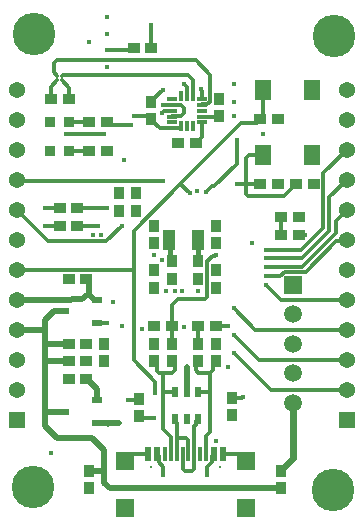
<source format=gtl>
G04*
G04 #@! TF.GenerationSoftware,Altium Limited,Altium Designer,25.8.1 (18)*
G04*
G04 Layer_Physical_Order=1*
G04 Layer_Color=255*
%FSLAX25Y25*%
%MOIN*%
G70*
G04*
G04 #@! TF.SameCoordinates,D775D7AA-2E8E-4D3B-9509-54632A005B4D*
G04*
G04*
G04 #@! TF.FilePolarity,Positive*
G04*
G01*
G75*
%ADD15R,0.03400X0.01200*%
%ADD16C,0.00945*%
%ADD17R,0.03937X0.03740*%
%ADD18R,0.03740X0.03937*%
%ADD19R,0.03937X0.07087*%
%ADD20R,0.05315X0.07087*%
%ADD21R,0.01200X0.03400*%
%ADD22R,0.03740X0.02362*%
%ADD23R,0.05906X0.05906*%
%ADD24R,0.02362X0.04528*%
%ADD25R,0.02362X0.03543*%
%ADD26R,0.03543X0.03740*%
%ADD27R,0.01181X0.04528*%
%ADD32C,0.05394*%
%ADD33C,0.05937*%
%ADD34R,0.05937X0.05937*%
%ADD36R,0.05394X0.05394*%
%ADD37C,0.01280*%
%ADD38C,0.01772*%
%ADD39C,0.01968*%
%ADD40C,0.01181*%
%ADD41C,0.01500*%
%ADD42C,0.02362*%
%ADD43C,0.14173*%
D15*
X196929Y187039D02*
D03*
Y181139D02*
D03*
X186929Y185039D02*
D03*
X196929Y188939D02*
D03*
X186929Y187039D02*
D03*
Y183039D02*
D03*
Y181139D02*
D03*
Y188939D02*
D03*
X196929Y185039D02*
D03*
Y183039D02*
D03*
D16*
X148819Y196653D02*
D03*
X150394Y195079D02*
D03*
Y196653D02*
D03*
X148819Y195079D02*
D03*
D17*
X155512Y146653D02*
D03*
X187008Y113189D02*
D03*
X216535Y182087D02*
D03*
X194882Y174213D02*
D03*
X152559Y188976D02*
D03*
X149606Y152559D02*
D03*
X158465Y95472D02*
D03*
X149606Y146653D02*
D03*
X155512Y152559D02*
D03*
X195866Y113189D02*
D03*
X174213Y205709D02*
D03*
X223425Y149606D02*
D03*
X223425Y143701D02*
D03*
X222441Y182087D02*
D03*
Y160433D02*
D03*
X234252D02*
D03*
X229331Y149606D02*
D03*
X188976Y174213D02*
D03*
X201772Y113189D02*
D03*
X180118Y205709D02*
D03*
X146653Y188976D02*
D03*
X165291Y171433D02*
D03*
Y181276D02*
D03*
X181102Y113189D02*
D03*
X158465Y107283D02*
D03*
Y101378D02*
D03*
X152559Y128937D02*
D03*
Y95472D02*
D03*
X228346Y160433D02*
D03*
X216535D02*
D03*
X158465Y128937D02*
D03*
X229331Y143701D02*
D03*
X152559Y101378D02*
D03*
Y107283D02*
D03*
X159386Y181276D02*
D03*
Y171433D02*
D03*
D18*
X195866Y134843D02*
D03*
X187008Y107283D02*
D03*
X201772Y146653D02*
D03*
Y125984D02*
D03*
X180118Y182087D02*
D03*
X175197Y151575D02*
D03*
X181102Y146653D02*
D03*
X169291Y151575D02*
D03*
X181102Y125984D02*
D03*
X164370Y101378D02*
D03*
X195866Y107283D02*
D03*
X187008Y134843D02*
D03*
X202756Y188976D02*
D03*
X201772Y140748D02*
D03*
X207024Y89346D02*
D03*
X201772Y131890D02*
D03*
Y107283D02*
D03*
X187008Y128937D02*
D03*
X195866D02*
D03*
X180118Y187992D02*
D03*
X181102Y140748D02*
D03*
Y131890D02*
D03*
X175197Y157480D02*
D03*
X164370Y107283D02*
D03*
X169291Y157480D02*
D03*
X181102Y107283D02*
D03*
X175921Y88953D02*
D03*
X207024Y83441D02*
D03*
X159449Y59055D02*
D03*
X223425D02*
D03*
X159449Y64961D02*
D03*
X223425D02*
D03*
X202756Y183071D02*
D03*
X175921Y83047D02*
D03*
X201772Y101378D02*
D03*
X187008D02*
D03*
X181102D02*
D03*
X195866D02*
D03*
D19*
X195845Y141732D02*
D03*
X186024D02*
D03*
D20*
X217224Y191929D02*
D03*
X233563Y170276D02*
D03*
Y191929D02*
D03*
X217224Y170276D02*
D03*
D21*
X189929Y180039D02*
D03*
X193929Y190039D02*
D03*
X191929D02*
D03*
X193929Y180039D02*
D03*
X191929D02*
D03*
X189929Y190039D02*
D03*
D22*
X161909Y88386D02*
D03*
Y114370D02*
D03*
Y80905D02*
D03*
Y121850D02*
D03*
X151083Y84646D02*
D03*
Y118110D02*
D03*
D23*
X211713Y68169D02*
D03*
Y52697D02*
D03*
X171398Y68169D02*
D03*
Y52697D02*
D03*
D24*
X204153Y70433D02*
D03*
X178957D02*
D03*
X201004D02*
D03*
X182106D02*
D03*
D25*
X191929Y82087D02*
D03*
Y91142D02*
D03*
X195669Y82087D02*
D03*
X188189D02*
D03*
Y91142D02*
D03*
X195669D02*
D03*
D26*
X146492Y171433D02*
D03*
Y181276D02*
D03*
X152594D02*
D03*
Y171433D02*
D03*
D27*
X188602Y70433D02*
D03*
X192539D02*
D03*
X194508D02*
D03*
X190571D02*
D03*
X186634D02*
D03*
X196476D02*
D03*
X198445D02*
D03*
X184665D02*
D03*
D32*
X245295Y111953D02*
D03*
X135295Y151953D02*
D03*
Y131953D02*
D03*
X245295D02*
D03*
Y121953D02*
D03*
Y101953D02*
D03*
X135295Y161953D02*
D03*
X245295Y191953D02*
D03*
X135295D02*
D03*
Y141953D02*
D03*
Y171953D02*
D03*
X245295Y91953D02*
D03*
Y161953D02*
D03*
X135295Y91953D02*
D03*
Y101953D02*
D03*
Y111953D02*
D03*
Y121953D02*
D03*
Y181953D02*
D03*
X245295Y141953D02*
D03*
Y151953D02*
D03*
Y171953D02*
D03*
Y181953D02*
D03*
D33*
X227461Y107283D02*
D03*
Y97441D02*
D03*
Y117126D02*
D03*
Y87598D02*
D03*
D34*
Y126969D02*
D03*
D36*
X245295Y81953D02*
D03*
X135295D02*
D03*
D37*
X180177Y66201D02*
D03*
X202933D02*
D03*
D38*
X205709Y99410D02*
D03*
X191206Y112749D02*
D03*
X177165Y112205D02*
D03*
X195866Y125000D02*
D03*
X170276Y146653D02*
D03*
X183563Y135318D02*
D03*
X167323Y121063D02*
D03*
X173228Y201772D02*
D03*
X162402Y146653D02*
D03*
X207677Y119095D02*
D03*
X195845Y141732D02*
D03*
X201612Y136811D02*
D03*
X192913Y157480D02*
D03*
X181319Y90976D02*
D03*
X164370Y101378D02*
D03*
X152559Y188976D02*
D03*
X234252Y170276D02*
D03*
X195866Y175197D02*
D03*
X201772Y146653D02*
D03*
Y125984D02*
D03*
Y74803D02*
D03*
X181102Y146653D02*
D03*
Y125984D02*
D03*
X174213Y183071D02*
D03*
X175197Y151575D02*
D03*
X169291D02*
D03*
X144685Y152559D02*
D03*
X144685Y146653D02*
D03*
X161909Y88386D02*
D03*
Y92126D02*
D03*
X158465Y95472D02*
D03*
X165354Y152559D02*
D03*
X177165Y196850D02*
D03*
X218504Y126969D02*
D03*
X213583Y140748D02*
D03*
X195866Y113189D02*
D03*
X198455Y157756D02*
D03*
X208661Y175197D02*
D03*
X165532Y205079D02*
D03*
X186024Y140748D02*
D03*
X207677Y110236D02*
D03*
X223425Y143701D02*
D03*
X184055Y161417D02*
D03*
X183601Y184263D02*
D03*
X163386Y143701D02*
D03*
X160630D02*
D03*
X205709Y113189D02*
D03*
X231496Y143701D02*
D03*
X218311Y138583D02*
D03*
X218504Y132874D02*
D03*
Y135827D02*
D03*
Y129921D02*
D03*
X207677Y104331D02*
D03*
X195245Y158268D02*
D03*
X180118Y213583D02*
D03*
X165354Y114173D02*
D03*
X162402D02*
D03*
X164370Y107283D02*
D03*
X234252Y191929D02*
D03*
X222441Y182087D02*
D03*
X202756Y188976D02*
D03*
X196650Y192129D02*
D03*
X234252Y160433D02*
D03*
X222441D02*
D03*
X229331Y149606D02*
D03*
X217520Y177165D02*
D03*
X201772Y140748D02*
D03*
Y131890D02*
D03*
X190945Y193898D02*
D03*
X187992Y175197D02*
D03*
X210630Y89567D02*
D03*
X212992Y66929D02*
D03*
Y53937D02*
D03*
Y69685D02*
D03*
Y51181D02*
D03*
X210236D02*
D03*
Y66929D02*
D03*
Y69685D02*
D03*
Y53937D02*
D03*
X195866Y128937D02*
D03*
X201772Y107283D02*
D03*
X187008Y128937D02*
D03*
X191929Y82677D02*
D03*
X184055Y191929D02*
D03*
Y187008D02*
D03*
X173228Y180118D02*
D03*
X181102Y140748D02*
D03*
X175197Y157480D02*
D03*
X181102Y131890D02*
D03*
X171024Y168484D02*
D03*
X165532Y210591D02*
D03*
Y216102D02*
D03*
Y199567D02*
D03*
X165291Y171433D02*
D03*
X169291Y157480D02*
D03*
X146653Y188976D02*
D03*
X152559Y128937D02*
D03*
X181102Y107283D02*
D03*
Y113189D02*
D03*
X172244Y88583D02*
D03*
X172835Y69685D02*
D03*
Y66929D02*
D03*
X172670Y51249D02*
D03*
X170079Y69685D02*
D03*
X172670Y54005D02*
D03*
X158465Y107283D02*
D03*
Y101378D02*
D03*
X152559Y95472D02*
D03*
X169291Y80709D02*
D03*
X165766Y80651D02*
D03*
X170079Y66929D02*
D03*
X169914Y51249D02*
D03*
Y54005D02*
D03*
X162402Y80709D02*
D03*
X208661Y160433D02*
D03*
X190453Y125000D02*
D03*
X187992D02*
D03*
X185039D02*
D03*
X170276Y113189D02*
D03*
X181102Y136811D02*
D03*
X146653Y171260D02*
D03*
Y181102D02*
D03*
X151575Y177165D02*
D03*
X164370D02*
D03*
X159326Y207800D02*
D03*
X207677Y193898D02*
D03*
Y187992D02*
D03*
Y183071D02*
D03*
X158563Y128839D02*
D03*
X181102Y82677D02*
D03*
X159449Y59055D02*
D03*
X206693Y83661D02*
D03*
X198819Y63622D02*
D03*
X191929Y99410D02*
D03*
X184055Y63672D02*
D03*
X188199Y82759D02*
D03*
X195733Y82836D02*
D03*
X146653Y70866D02*
D03*
D39*
X157185Y122047D02*
X158809Y123671D01*
X135295Y121953D02*
X153449D01*
X153543Y122047D01*
X157185D01*
X159449Y123622D02*
X161221Y121850D01*
X159449Y123622D02*
Y128051D01*
X158661Y128839D02*
X159449Y128051D01*
X161221Y121850D02*
X161909D01*
X143953Y111953D02*
X144685Y111221D01*
X135295Y111953D02*
X143953D01*
X144685Y111221D02*
Y115157D01*
X158563Y95472D02*
X161909Y92126D01*
Y88386D02*
Y92126D01*
X158563Y128839D02*
X158661D01*
X162402Y80709D02*
X162402Y80709D01*
X165823Y80709D02*
X169291D01*
X162402Y80709D02*
X165708D01*
X165766Y80651D01*
X165823Y80709D01*
X144685Y84646D02*
X150098D01*
X144685D02*
Y101378D01*
X164370Y64961D02*
X164370Y64961D01*
X159449Y64961D02*
X164370D01*
X164370Y64961D02*
Y71850D01*
X223425Y59055D02*
X223425Y59055D01*
X166339Y59055D02*
X223425D01*
X164370Y61024D02*
X166339Y59055D01*
X164370Y61024D02*
Y64961D01*
X160433Y75787D02*
X164370Y71850D01*
X148622Y75787D02*
X160433D01*
X144685Y79724D02*
X148622Y75787D01*
X144685Y79724D02*
Y84646D01*
X147638Y118110D02*
X150098D01*
X144685Y115157D02*
X147638Y118110D01*
X144685Y107283D02*
Y111221D01*
X191929Y91142D02*
Y99410D01*
X144685Y101378D02*
X152559D01*
X144685Y107283D02*
X152559D01*
X144685Y101378D02*
Y107283D01*
D40*
X174150Y131953D02*
X174213Y131890D01*
X135295Y131953D02*
X174150D01*
X174213Y131890D02*
Y144932D01*
Y101779D02*
Y131890D01*
Y101779D02*
X181319Y94672D01*
X174213Y144932D02*
X189837Y160557D01*
X145713Y141535D02*
X165157D01*
X135295Y151953D02*
X145713Y141535D01*
X165157D02*
X170330Y146708D01*
X198860Y187049D02*
X199803Y187992D01*
Y196850D01*
X196939Y187049D02*
X198860D01*
X196929Y187039D02*
X196939Y187049D01*
X148622Y201772D02*
X173228D01*
X147638Y200787D02*
X148622Y201772D01*
X194882D02*
X199803Y196850D01*
X173228Y201772D02*
X194882D01*
X147638Y197835D02*
Y200787D01*
Y197835D02*
X148819Y196653D01*
X155512Y146653D02*
X162402D01*
X214819Y111953D02*
X245295D01*
X207677Y119095D02*
X214819Y111953D01*
X188976Y122047D02*
X198127D01*
X198819Y122739D01*
Y134843D01*
X187008Y120079D02*
X188976Y122047D01*
X187008Y113189D02*
Y120079D01*
X187008Y113189D02*
X187008Y113189D01*
X201499Y136698D02*
X201612Y136811D01*
X198819Y134843D02*
X200674Y136698D01*
X201499D01*
X187008Y107283D02*
Y113189D01*
X217224Y182776D02*
Y191929D01*
X215256Y180807D02*
X216535Y182087D01*
X210087Y180807D02*
X215256D01*
X189837Y160557D02*
X210087Y180807D01*
X189837Y160557D02*
X192913Y157480D01*
X181319Y90976D02*
Y94672D01*
X152779Y188756D02*
X152791D01*
X152559Y188976D02*
X152779Y188756D01*
X152791D02*
Y192681D01*
X150394Y195079D02*
X152791Y192681D01*
X196929Y176260D02*
Y181139D01*
X196260Y175492D02*
Y175591D01*
X196929Y176260D01*
X194980Y174213D02*
X196260Y175492D01*
X189920Y179134D02*
X189929Y179143D01*
Y180039D01*
X194882Y174213D02*
X194980D01*
X182972Y179134D02*
X189920D01*
X179134Y183071D02*
X180118Y182087D01*
X174213Y183071D02*
X179134D01*
X180118Y181988D02*
X182972Y179134D01*
X144685Y152559D02*
X149606D01*
X144685Y152559D02*
X144685Y152559D01*
X144685Y146653D02*
X149606D01*
X158465Y95472D02*
X158563D01*
X155512Y152559D02*
X165354D01*
X192221Y196850D02*
X193929Y195143D01*
Y190039D02*
Y195143D01*
X177165Y196850D02*
X192221D01*
X150394Y196653D02*
X150591Y196850D01*
X177165D01*
X155512Y152559D02*
X155512Y152559D01*
X223520Y121953D02*
X245295D01*
X218504Y126969D02*
X223520Y121953D01*
X195866Y107382D02*
Y113189D01*
X198455Y157756D02*
X200432Y159733D01*
X201072D02*
X208661Y167323D01*
X200432Y159733D02*
X201072D01*
X208661Y167323D02*
Y175197D01*
X174134Y205079D02*
X174346Y205291D01*
X165532Y205079D02*
X174134D01*
X215961Y101953D02*
X245295D01*
X207677Y110236D02*
X215961Y101953D01*
X223425Y143701D02*
X223425Y143701D01*
Y143701D02*
Y149606D01*
X223425Y143701D02*
X223425Y143701D01*
X184843Y184843D02*
X185039Y185039D01*
X186929D01*
X183761Y184263D02*
X184341Y184843D01*
X184843D01*
X183942Y161530D02*
X184055Y161417D01*
X183601Y184263D02*
X183761D01*
X135718Y161530D02*
X183942D01*
X135295Y161953D02*
X135718Y161530D01*
X201772Y113189D02*
X205709D01*
X231737Y131343D02*
X241842Y141449D01*
X244791D02*
X245295Y141953D01*
X241842Y141449D02*
X244791D01*
X220055Y91953D02*
X245295D01*
X207677Y104331D02*
X220055Y91953D01*
X224568Y131343D02*
X231737D01*
X223146Y129921D02*
X224568Y131343D01*
X218504Y129921D02*
X223146D01*
X230315Y132874D02*
X241573Y144132D01*
Y148231D02*
X245295Y151953D01*
X241573Y144132D02*
Y148231D01*
X230315Y135827D02*
X239430Y144942D01*
Y156088D02*
X245295Y161953D01*
X239430Y144942D02*
Y156088D01*
X230118Y138583D02*
X237507Y145971D01*
Y164164D02*
X245295Y171953D01*
X237507Y145971D02*
Y164164D01*
X218504Y132874D02*
X230315D01*
X218504Y135827D02*
X230315D01*
X218311Y138583D02*
X230118D01*
X229331Y143701D02*
X231496D01*
X180118Y205709D02*
Y213583D01*
X165256Y114272D02*
X165354Y114173D01*
X162500Y114272D02*
X165256D01*
X162402Y114173D02*
X162500Y114272D01*
X196929Y188939D02*
Y191691D01*
X196650Y191970D02*
X196929Y191691D01*
X190945Y193898D02*
X191929Y192913D01*
X196650Y191970D02*
Y192129D01*
X191929Y190039D02*
Y192913D01*
X190945Y184055D02*
Y186024D01*
X186929Y187039D02*
X186939Y187030D01*
X189939D01*
X184087Y187039D02*
X186929D01*
X189939Y187030D02*
X190945Y186024D01*
X189939Y183049D02*
X190945Y184055D01*
X186939Y183049D02*
X189939D01*
X186929Y183039D02*
X186939Y183049D01*
X210470Y89567D02*
X210630D01*
X207024Y89346D02*
X210250D01*
X210470Y89567D01*
X204153Y70433D02*
X209449D01*
X211713Y68169D01*
X183957Y191929D02*
X184055D01*
Y187008D02*
X184087Y187039D01*
X180118Y188091D02*
X183957Y191929D01*
X166449Y180118D02*
X173228D01*
X146653Y192913D02*
X148819Y195079D01*
X146653Y188976D02*
Y192913D01*
X165291Y181276D02*
X166449Y180118D01*
X146653Y188976D02*
X146653D01*
X146653Y188976D02*
X146653Y188976D01*
X175551Y88583D02*
X175921Y88953D01*
X172835Y69685D02*
X173583Y70433D01*
X178957D01*
X172244Y88583D02*
X175551D01*
X212598Y170276D02*
X217224D01*
X228248Y160433D02*
X228346D01*
X211614D02*
Y169291D01*
X212598Y170276D01*
X211614Y160433D02*
X216535D01*
X224311Y156496D02*
X228248Y160433D01*
X212306Y156496D02*
X224311D01*
X211614Y157188D02*
Y160433D01*
Y157188D02*
X212306Y156496D01*
X208661Y160433D02*
X211614D01*
X151575Y177165D02*
X164370D01*
X202724Y183039D02*
X202756Y183071D01*
X196929Y183039D02*
X202724D01*
X175921Y83047D02*
X176291Y82677D01*
X181102D01*
X229331Y143701D02*
X229331Y143701D01*
X200413Y69842D02*
X201004Y70433D01*
X200413Y67718D02*
Y69842D01*
X198819Y66123D02*
X200413Y67718D01*
X198819Y63622D02*
Y66123D01*
X184055Y63672D02*
Y66360D01*
X182106Y70433D02*
X182697Y69842D01*
Y67718D02*
X184055Y66360D01*
X182697Y67718D02*
Y69842D01*
X152594Y171433D02*
X159386D01*
X152594Y181276D02*
X152594Y181276D01*
X159386D01*
X199803Y77756D02*
Y97441D01*
X200787Y98425D02*
Y101378D01*
X199803Y97441D02*
X200787Y98425D01*
X195866Y97441D02*
X199803D01*
X194882Y98425D02*
X195866Y97441D01*
X194882Y98425D02*
Y101378D01*
X184055Y91535D02*
Y97441D01*
X187008D01*
X187992Y98425D02*
Y101378D01*
X187008Y97441D02*
X187992Y98425D01*
X182779Y97441D02*
X184055D01*
X182087Y98133D02*
X182779Y97441D01*
X182087Y98133D02*
Y101378D01*
X184055Y91535D02*
X184449Y91142D01*
X188189D01*
X184055Y78740D02*
X186634Y76161D01*
X184055Y78740D02*
Y91535D01*
X186634Y70433D02*
Y76161D01*
X195669Y91142D02*
X199409D01*
X198445Y76398D02*
X199803Y77756D01*
X198445Y70433D02*
Y76398D01*
X195079Y81496D02*
X195669Y82087D01*
X195079Y80315D02*
Y81496D01*
X194508Y70433D02*
Y79744D01*
X195079Y80315D01*
X187988Y81520D02*
X188602Y80905D01*
Y70433D02*
Y75095D01*
Y80905D01*
Y75095D02*
X189294Y75787D01*
X191848D01*
X192539Y75095D01*
Y70433D02*
Y75095D01*
X190571Y65653D02*
X191263Y64961D01*
X190571Y65653D02*
Y70433D01*
X191263Y64961D02*
X193816D01*
X194508Y65653D02*
Y70433D01*
X193816Y64961D02*
X194508Y65653D01*
D41*
X195855Y136061D02*
X196389Y135528D01*
X195855Y136061D02*
Y141722D01*
X196389Y135528D02*
X196429D01*
X195845Y141732D02*
X195855Y141722D01*
X186024Y140748D02*
Y141732D01*
X186516Y135614D02*
Y140256D01*
X186024Y140748D02*
X186516Y140256D01*
X186429Y135528D02*
X186516Y135614D01*
D42*
X223425Y64961D02*
Y65059D01*
X227461Y69095D01*
Y87598D01*
D43*
X240945Y209842D02*
D03*
X240551Y58661D02*
D03*
X140945Y210630D02*
D03*
X140551Y59449D02*
D03*
M02*

</source>
